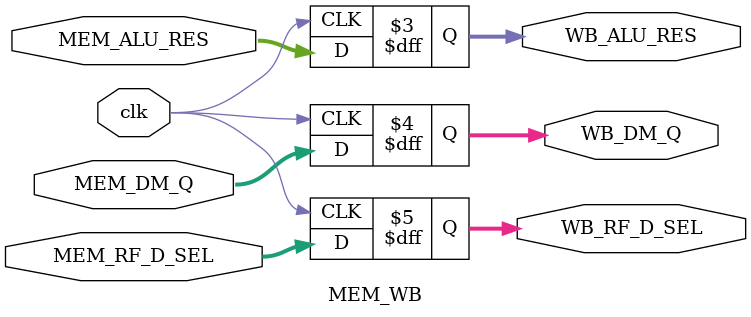
<source format=sv>
module MEM_WB(
	input logic clk,
	input logic [31:0]MEM_ALU_RES,
	input logic [31:0]MEM_DM_Q,
	input logic [1:0]MEM_RF_D_SEL,
	output logic [31:0]WB_ALU_RES,
	output logic [31:0]WB_DM_Q,
	output logic [1:0]WB_RF_D_SEL
);

`define SIMULATION
`ifdef SIMULATION
initial begin
	WB_ALU_RES = 0;
	WB_DM_Q = 0;
	WB_RF_D_SEL = 0;
end
`endif

always @(posedge clk) begin
	WB_ALU_RES = MEM_ALU_RES;
	WB_DM_Q = MEM_DM_Q;
	WB_RF_D_SEL = MEM_RF_D_SEL;
end

endmodule

</source>
